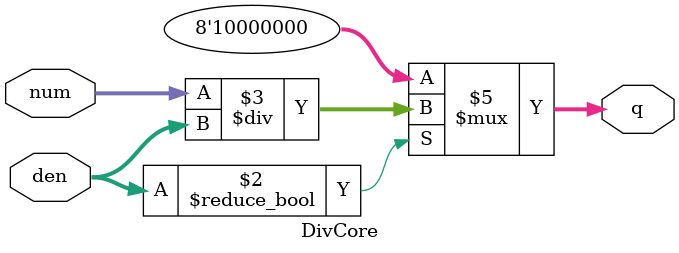
<source format=sv>
module SignedDiv(
    input signed [7:0] num, den,
    output reg signed [7:0] q
);

    // 除法运算子模块
    DivCore div_core(
        .num(num),
        .den(den),
        .q(q)
    );

endmodule

module DivCore(
    input signed [7:0] num, den,
    output reg signed [7:0] q
);

    always @(*) begin
        if (den != 0) begin
            q = num / den;
        end else begin
            q = 8'h80;
        end
    end

endmodule
</source>
